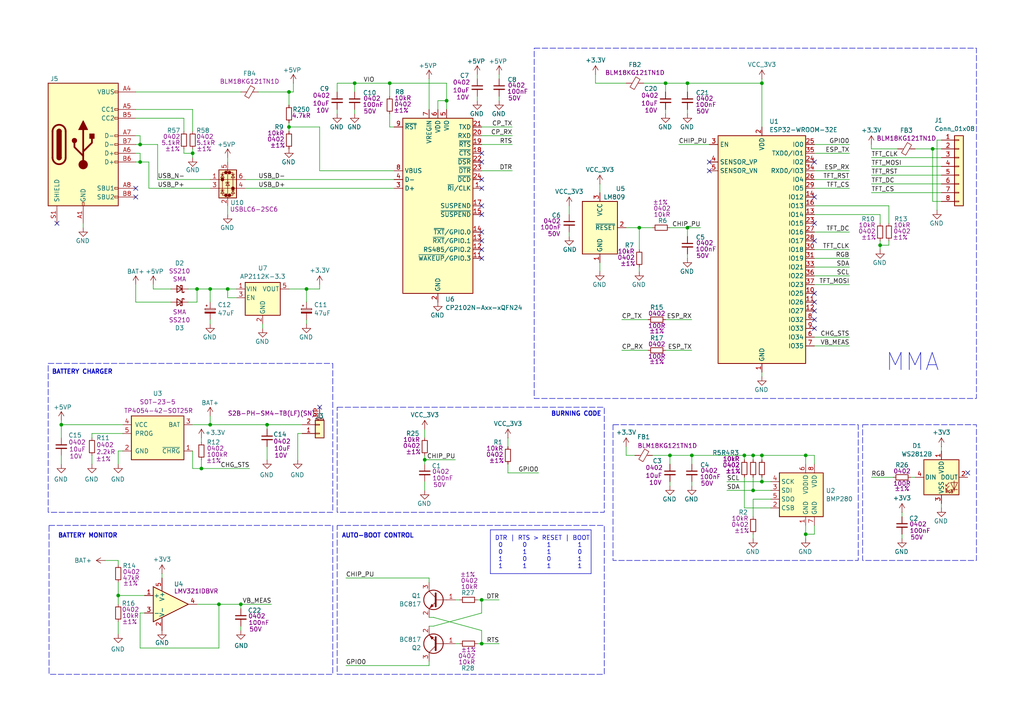
<source format=kicad_sch>
(kicad_sch (version 20250114) (generator "eeschema") (generator_version "9.0")
  (paper "A4")
  (rectangle (start 13.97 105.41) (end 96.52 148.59) (stroke (width 0) (type dash)))
  (rectangle (start 97.79 152.4) (end 175.26 195.58) (stroke (width 0) (type dash)))
  (rectangle (start 250.19 123.19) (end 283.21 162.56) (stroke (width 0) (type dash)))
  (rectangle (start 97.79 118.11) (end 175.26 148.59) (stroke (width 0) (type dash)))
  (rectangle (start 14.224 152.4) (end 96.52 195.58) (stroke (width 0) (type dash)))
  (rectangle (start 154.94 13.97) (end 283.21 115.57) (stroke (width 0) (type dash)))
  (rectangle (start 177.8 123.19) (end 248.92 162.56) (stroke (width 0) (type dash)))
  (text "\nDTR | RTS > RESET | BOOT\n 0      0      1        1\n 0      1      1        0\n 1      0      0        1\n 1      1      1        1" (at 143.51 165.1 0) (effects (font (size 1.27 1.27)) (justify left bottom)))
  (text "BATTERY CHARGER" (at 14.986 108.712 0) (effects (font (size 1.27 1.27) (thickness 0.254) (bold yes)) (justify left bottom)))
  (text "AUTO-BOOT CONTROL" (at 99.06 156.21 0) (effects (font (size 1.27 1.27) (thickness 0.254) (bold yes)) (justify left bottom)))
  (text "BURNING CODE" (at 167.132 120.142 0) (effects (font (size 1.27 1.27) (bold yes))))
  (text "MMA" (at 264.668 105.156 0) (effects (font (size 5 5))))
  (text "BATTERY MONITOR" (at 16.764 156.21 0) (effects (font (size 1.27 1.27) (thickness 0.254) (bold yes)) (justify left bottom)))
  (junction (at 220.98 139.7))
  (junction (at 215.9 132.08))
  (junction (at 185.42 66.04))
  (junction (at 194.31 132.08))
  (junction (at 199.39 24.13))
  (junction (at 77.47 123.19))
  (junction (at 220.98 132.08))
  (junction (at 193.04 24.13))
  (junction (at 60.96 123.19))
  (junction (at 255.27 71.12))
  (junction (at 58.42 135.89))
  (junction (at 83.82 36.83))
  (junction (at 55.88 44.45))
  (junction (at 88.9 83.82))
  (junction (at 40.64 41.91))
  (junction (at 270.51 43.18))
  (junction (at 200.66 132.08))
  (junction (at 69.85 175.26))
  (junction (at 129.54 29.21))
  (junction (at 218.44 142.24))
  (junction (at 123.19 133.35))
  (junction (at 218.44 132.08))
  (junction (at 220.98 24.13))
  (junction (at 113.03 24.13))
  (junction (at 139.7 186.69))
  (junction (at 17.78 123.19))
  (junction (at 102.87 24.13))
  (junction (at 233.68 154.94))
  (junction (at 60.96 83.82))
  (junction (at 57.15 83.82))
  (junction (at 34.29 172.72))
  (junction (at 199.39 66.04))
  (junction (at 233.68 132.08))
  (junction (at 40.64 46.99))
  (junction (at 139.7 173.99))
  (junction (at 66.04 83.82))
  (junction (at 63.5 175.26))
  (junction (at 83.82 26.67))
  (no_connect (at 92.71 118.11))
  (no_connect (at 205.74 49.53))
  (no_connect (at 236.22 95.25))
  (no_connect (at 39.37 54.61))
  (no_connect (at 236.22 90.17))
  (no_connect (at 139.7 72.39))
  (no_connect (at 236.22 69.85))
  (no_connect (at 236.22 64.77))
  (no_connect (at 16.51 64.77))
  (no_connect (at 139.7 74.93))
  (no_connect (at 205.74 46.99))
  (no_connect (at 236.22 57.15))
  (no_connect (at 139.7 59.69))
  (no_connect (at 139.7 69.85))
  (no_connect (at 236.22 46.99))
  (no_connect (at 280.67 137.16))
  (no_connect (at 139.7 62.23))
  (no_connect (at 236.22 87.63))
  (no_connect (at 139.7 52.07))
  (no_connect (at 139.7 44.45))
  (no_connect (at 139.7 54.61))
  (no_connect (at 139.7 46.99))
  (no_connect (at 39.37 57.15))
  (no_connect (at 236.22 85.09))
  (no_connect (at 236.22 92.71))
  (no_connect (at 139.7 67.31))
  (wire (pts (xy 53.34 43.18) (xy 53.34 44.45)))
  (wire (pts (xy 218.44 144.78) (xy 223.52 144.78)))
  (wire (pts (xy 66.04 83.82) (xy 66.04 86.36)))
  (wire (pts (xy 123.19 124.46) (xy 123.19 127)))
  (wire (pts (xy 17.78 121.92) (xy 17.78 123.19)))
  (wire (pts (xy 139.7 39.37) (xy 148.59 39.37)))
  (wire (pts (xy 132.08 173.99) (xy 133.35 173.99)))
  (polyline (pts (xy 142.24 153.67) (xy 142.24 166.37)))
  (wire (pts (xy 218.44 132.08) (xy 220.98 132.08)))
  (wire (pts (xy 55.88 135.89) (xy 58.42 135.89)))
  (wire (pts (xy 139.7 36.83) (xy 148.59 36.83)))
  (wire (pts (xy 165.1 67.31) (xy 165.1 68.58)))
  (wire (pts (xy 124.46 191.77) (xy 124.46 193.04)))
  (wire (pts (xy 236.22 59.69) (xy 257.81 59.69)))
  (wire (pts (xy 92.71 82.55) (xy 92.71 83.82)))
  (wire (pts (xy 236.22 72.39) (xy 246.38 72.39)))
  (wire (pts (xy 85.09 24.13) (xy 85.09 26.67)))
  (wire (pts (xy 138.43 21.59) (xy 138.43 22.86)))
  (wire (pts (xy 218.44 138.43) (xy 218.44 142.24)))
  (wire (pts (xy 220.98 24.13) (xy 220.98 36.83)))
  (wire (pts (xy 17.78 123.19) (xy 17.78 127)))
  (wire (pts (xy 236.22 52.07) (xy 246.38 52.07)))
  (wire (pts (xy 113.03 24.13) (xy 129.54 24.13)))
  (wire (pts (xy 220.98 22.86) (xy 220.98 24.13)))
  (wire (pts (xy 252.73 43.18) (xy 260.35 43.18)))
  (wire (pts (xy 236.22 77.47) (xy 246.38 77.47)))
  (wire (pts (xy 218.44 144.78) (xy 218.44 149.86)))
  (wire (pts (xy 129.54 29.21) (xy 129.54 31.75)))
  (wire (pts (xy 273.05 55.88) (xy 252.73 55.88)))
  (wire (pts (xy 113.03 33.02) (xy 113.03 36.83)))
  (wire (pts (xy 83.82 26.67) (xy 83.82 30.48)))
  (wire (pts (xy 97.79 31.75) (xy 97.79 33.02)))
  (wire (pts (xy 236.22 67.31) (xy 246.38 67.31)))
  (wire (pts (xy 41.91 177.8) (xy 40.64 177.8)))
  (wire (pts (xy 220.98 138.43) (xy 220.98 139.7)))
  (wire (pts (xy 220.98 139.7) (xy 223.52 139.7)))
  (wire (pts (xy 271.78 40.64) (xy 273.05 40.64)))
  (wire (pts (xy 271.78 40.64) (xy 271.78 60.96)))
  (wire (pts (xy 40.64 46.99) (xy 43.18 46.99)))
  (wire (pts (xy 255.27 62.23) (xy 255.27 64.77)))
  (wire (pts (xy 34.29 172.72) (xy 34.29 175.26)))
  (wire (pts (xy 39.37 44.45) (xy 40.64 44.45)))
  (wire (pts (xy 255.27 69.85) (xy 255.27 71.12)))
  (wire (pts (xy 265.43 43.18) (xy 270.51 43.18)))
  (wire (pts (xy 199.39 24.13) (xy 220.98 24.13)))
  (wire (pts (xy 39.37 87.63) (xy 49.53 87.63)))
  (wire (pts (xy 58.42 127) (xy 58.42 128.27)))
  (wire (pts (xy 40.64 44.45) (xy 40.64 46.99)))
  (wire (pts (xy 273.05 129.54) (xy 273.05 130.81)))
  (wire (pts (xy 86.36 125.73) (xy 86.36 133.35)))
  (wire (pts (xy 139.7 173.99) (xy 144.78 173.99)))
  (wire (pts (xy 261.62 156.21) (xy 261.62 154.94)))
  (wire (pts (xy 43.18 54.61) (xy 60.96 54.61)))
  (wire (pts (xy 30.48 162.56) (xy 34.29 162.56)))
  (wire (pts (xy 215.9 138.43) (xy 215.9 147.32)))
  (wire (pts (xy 55.88 43.18) (xy 55.88 44.45)))
  (wire (pts (xy 138.43 27.94) (xy 138.43 29.21)))
  (wire (pts (xy 273.05 146.05) (xy 273.05 147.32)))
  (wire (pts (xy 69.85 176.53) (xy 69.85 175.26)))
  (wire (pts (xy 34.29 168.91) (xy 34.29 172.72)))
  (wire (pts (xy 69.85 181.61) (xy 69.85 182.88)))
  (wire (pts (xy 270.51 43.18) (xy 273.05 43.18)))
  (wire (pts (xy 172.72 21.59) (xy 172.72 24.13)))
  (wire (pts (xy 215.9 132.08) (xy 215.9 133.35)))
  (wire (pts (xy 97.79 24.13) (xy 97.79 26.67)))
  (wire (pts (xy 236.22 152.4) (xy 236.22 154.94)))
  (wire (pts (xy 92.71 49.53) (xy 114.3 49.53)))
  (wire (pts (xy 185.42 77.47) (xy 185.42 78.74)))
  (wire (pts (xy 44.45 83.82) (xy 49.53 83.82)))
  (wire (pts (xy 83.82 26.67) (xy 85.09 26.67)))
  (wire (pts (xy 35.56 125.73) (xy 26.67 125.73)))
  (wire (pts (xy 215.9 147.32) (xy 223.52 147.32)))
  (wire (pts (xy 139.7 177.8) (xy 139.7 173.99)))
  (wire (pts (xy 40.64 39.37) (xy 40.64 41.91)))
  (wire (pts (xy 257.81 59.69) (xy 257.81 64.77)))
  (wire (pts (xy 71.12 54.61) (xy 114.3 54.61)))
  (wire (pts (xy 77.47 123.19) (xy 77.47 124.46)))
  (wire (pts (xy 181.61 129.54) (xy 181.61 132.08)))
  (wire (pts (xy 39.37 34.29) (xy 53.34 34.29)))
  (wire (pts (xy 236.22 80.01) (xy 246.38 80.01)))
  (wire (pts (xy 54.61 83.82) (xy 57.15 83.82)))
  (wire (pts (xy 83.82 36.83) (xy 92.71 36.83)))
  (wire (pts (xy 218.44 132.08) (xy 218.44 133.35)))
  (wire (pts (xy 88.9 83.82) (xy 92.71 83.82)))
  (wire (pts (xy 102.87 31.75) (xy 102.87 33.02)))
  (wire (pts (xy 181.61 132.08) (xy 184.15 132.08)))
  (wire (pts (xy 39.37 31.75) (xy 55.88 31.75)))
  (wire (pts (xy 63.5 175.26) (xy 57.15 175.26)))
  (wire (pts (xy 252.73 138.43) (xy 259.08 138.43)))
  (wire (pts (xy 233.68 132.08) (xy 236.22 132.08)))
  (wire (pts (xy 87.63 123.19) (xy 77.47 123.19)))
  (wire (pts (xy 55.88 44.45) (xy 55.88 45.72)))
  (wire (pts (xy 125.73 181.61) (xy 124.46 181.61)))
  (wire (pts (xy 69.85 175.26) (xy 63.5 175.26)))
  (wire (pts (xy 246.38 74.93) (xy 236.22 74.93)))
  (wire (pts (xy 92.71 36.83) (xy 92.71 49.53)))
  (wire (pts (xy 257.81 69.85) (xy 257.81 71.12)))
  (wire (pts (xy 55.88 38.1) (xy 55.88 31.75)))
  (wire (pts (xy 97.79 24.13) (xy 102.87 24.13)))
  (wire (pts (xy 46.99 166.37) (xy 46.99 167.64)))
  (wire (pts (xy 194.31 132.08) (xy 194.31 134.62)))
  (wire (pts (xy 45.72 52.07) (xy 60.96 52.07)))
  (wire (pts (xy 273.05 53.34) (xy 252.73 53.34)))
  (wire (pts (xy 236.22 132.08) (xy 236.22 134.62)))
  (wire (pts (xy 233.68 154.94) (xy 236.22 154.94)))
  (wire (pts (xy 236.22 41.91) (xy 246.38 41.91)))
  (wire (pts (xy 147.32 134.62) (xy 147.32 137.16)))
  (wire (pts (xy 200.66 139.7) (xy 200.66 140.97)))
  (wire (pts (xy 66.04 86.36) (xy 68.58 86.36)))
  (wire (pts (xy 88.9 83.82) (xy 88.9 87.63)))
  (wire (pts (xy 43.18 46.99) (xy 43.18 54.61)))
  (wire (pts (xy 273.05 45.72) (xy 252.73 45.72)))
  (wire (pts (xy 102.87 24.13) (xy 102.87 26.67)))
  (wire (pts (xy 113.03 24.13) (xy 113.03 27.94)))
  (wire (pts (xy 60.96 83.82) (xy 66.04 83.82)))
  (wire (pts (xy 200.66 132.08) (xy 215.9 132.08)))
  (wire (pts (xy 24.13 64.77) (xy 24.13 66.04)))
  (wire (pts (xy 34.29 183.896) (xy 34.29 180.34)))
  (polyline (pts (xy 142.24 166.37) (xy 171.45 166.37)))
  (wire (pts (xy 39.37 41.91) (xy 40.64 41.91)))
  (wire (pts (xy 34.29 172.72) (xy 41.91 172.72)))
  (wire (pts (xy 261.62 148.59) (xy 261.62 149.86)))
  (wire (pts (xy 34.29 162.56) (xy 34.29 163.83)))
  (wire (pts (xy 194.31 66.04) (xy 199.39 66.04)))
  (wire (pts (xy 199.39 66.04) (xy 199.39 68.58)))
  (wire (pts (xy 236.22 62.23) (xy 255.27 62.23)))
  (wire (pts (xy 17.78 134.62) (xy 17.78 132.08)))
  (wire (pts (xy 123.19 139.7) (xy 123.19 142.24)))
  (wire (pts (xy 139.7 49.53) (xy 148.59 49.53)))
  (wire (pts (xy 35.56 130.81) (xy 34.29 130.81)))
  (wire (pts (xy 40.64 187.96) (xy 63.5 187.96)))
  (wire (pts (xy 255.27 71.12) (xy 257.81 71.12)))
  (wire (pts (xy 236.22 49.53) (xy 246.38 49.53)))
  (wire (pts (xy 60.96 83.82) (xy 60.96 87.63)))
  (wire (pts (xy 100.33 167.64) (xy 124.46 167.64)))
  (wire (pts (xy 189.23 132.08) (xy 194.31 132.08)))
  (wire (pts (xy 53.34 44.45) (xy 55.88 44.45)))
  (wire (pts (xy 123.19 132.08) (xy 123.19 133.35)))
  (wire (pts (xy 77.47 133.35) (xy 77.47 129.54)))
  (wire (pts (xy 125.73 179.07) (xy 124.46 179.07)))
  (wire (pts (xy 193.04 31.75) (xy 193.04 33.02)))
  (wire (pts (xy 218.44 142.24) (xy 223.52 142.24)))
  (polyline (pts (xy 171.45 166.37) (xy 171.45 153.67)))
  (wire (pts (xy 45.72 41.91) (xy 45.72 52.07)))
  (wire (pts (xy 125.73 179.07) (xy 139.7 182.88)))
  (wire (pts (xy 71.12 52.07) (xy 114.3 52.07)))
  (wire (pts (xy 66.04 45.72) (xy 66.04 46.99)))
  (wire (pts (xy 124.46 22.86) (xy 124.46 31.75)))
  (wire (pts (xy 147.32 127) (xy 147.32 129.54)))
  (wire (pts (xy 194.31 139.7) (xy 194.31 140.97)))
  (wire (pts (xy 39.37 39.37) (xy 40.64 39.37)))
  (wire (pts (xy 83.82 36.83) (xy 83.82 38.1)))
  (wire (pts (xy 173.99 53.34) (xy 173.99 55.88)))
  (wire (pts (xy 180.34 101.6) (xy 187.96 101.6)))
  (wire (pts (xy 138.43 173.99) (xy 139.7 173.99)))
  (wire (pts (xy 193.04 24.13) (xy 193.04 26.67)))
  (wire (pts (xy 26.67 134.62) (xy 26.67 132.08)))
  (wire (pts (xy 180.34 92.71) (xy 187.96 92.71)))
  (wire (pts (xy 139.7 41.91) (xy 148.59 41.91)))
  (wire (pts (xy 273.05 50.8) (xy 252.73 50.8)))
  (wire (pts (xy 57.15 83.82) (xy 60.96 83.82)))
  (wire (pts (xy 132.08 186.69) (xy 133.35 186.69)))
  (wire (pts (xy 44.45 82.55) (xy 44.45 83.82)))
  (wire (pts (xy 233.68 132.08) (xy 233.68 134.62)))
  (wire (pts (xy 127 29.21) (xy 129.54 29.21)))
  (wire (pts (xy 255.27 71.12) (xy 255.27 72.39)))
  (wire (pts (xy 218.44 156.21) (xy 218.44 154.94)))
  (wire (pts (xy 129.54 24.13) (xy 129.54 29.21)))
  (wire (pts (xy 83.82 35.56) (xy 83.82 36.83)))
  (wire (pts (xy 186.69 24.13) (xy 193.04 24.13)))
  (wire (pts (xy 60.96 123.19) (xy 77.47 123.19)))
  (wire (pts (xy 193.04 24.13) (xy 199.39 24.13)))
  (wire (pts (xy 144.78 27.94) (xy 144.78 29.21)))
  (wire (pts (xy 127 29.21) (xy 127 31.75)))
  (wire (pts (xy 215.9 132.08) (xy 218.44 132.08)))
  (wire (pts (xy 181.61 66.04) (xy 185.42 66.04)))
  (polyline (pts (xy 171.45 153.67) (xy 142.24 153.67)))
  (wire (pts (xy 40.64 177.8) (xy 40.64 187.96)))
  (wire (pts (xy 123.19 133.35) (xy 132.08 133.35)))
  (wire (pts (xy 66.04 83.82) (xy 68.58 83.82)))
  (wire (pts (xy 53.34 34.29) (xy 53.34 38.1)))
  (wire (pts (xy 138.43 186.69) (xy 139.7 186.69)))
  (wire (pts (xy 172.72 24.13) (xy 181.61 24.13)))
  (wire (pts (xy 57.15 83.82) (xy 57.15 87.63)))
  (wire (pts (xy 39.37 82.55) (xy 39.37 87.63)))
  (wire (pts (xy 185.42 66.04) (xy 189.23 66.04)))
  (wire (pts (xy 26.67 125.73) (xy 26.67 127)))
  (wire (pts (xy 74.93 26.67) (xy 83.82 26.67)))
  (wire (pts (xy 63.5 187.96) (xy 63.5 175.26)))
  (wire (pts (xy 58.42 135.89) (xy 72.39 135.89)))
  (wire (pts (xy 139.7 186.69) (xy 144.78 186.69)))
  (wire (pts (xy 270.51 58.42) (xy 273.05 58.42)))
  (wire (pts (xy 199.39 24.13) (xy 199.39 26.67)))
  (wire (pts (xy 252.73 41.91) (xy 252.73 43.18)))
  (wire (pts (xy 34.29 130.81) (xy 34.29 134.62)))
  (wire (pts (xy 236.22 44.45) (xy 246.38 44.45)))
  (wire (pts (xy 55.88 130.81) (xy 55.88 135.89)))
  (wire (pts (xy 113.03 36.83) (xy 114.3 36.83)))
  (wire (pts (xy 54.61 87.63) (xy 57.15 87.63)))
  (wire (pts (xy 236.22 97.79) (xy 246.38 97.79)))
  (wire (pts (xy 76.2 93.98) (xy 76.2 95.25)))
  (wire (pts (xy 139.7 182.88) (xy 139.7 186.69)))
  (wire (pts (xy 173.99 76.2) (xy 173.99 78.74)))
  (wire (pts (xy 264.16 138.43) (xy 265.43 138.43)))
  (wire (pts (xy 83.82 83.82) (xy 88.9 83.82)))
  (wire (pts (xy 147.32 137.16) (xy 156.21 137.16)))
  (wire (pts (xy 144.78 21.59) (xy 144.78 22.86)))
  (wire (pts (xy 17.78 123.19) (xy 35.56 123.19)))
  (wire (pts (xy 39.37 46.99) (xy 40.64 46.99)))
  (wire (pts (xy 123.19 133.35) (xy 123.19 134.62)))
  (wire (pts (xy 200.66 132.08) (xy 200.66 134.62)))
  (wire (pts (xy 124.46 168.91) (xy 124.46 167.64)))
  (wire (pts (xy 199.39 73.66) (xy 199.39 74.93)))
  (wire (pts (xy 58.42 133.35) (xy 58.42 135.89)))
  (wire (pts (xy 273.05 48.26) (xy 252.73 48.26)))
  (wire (pts (xy 39.37 26.67) (xy 69.85 26.67)))
  (wire (pts (xy 199.39 31.75) (xy 199.39 33.02)))
  (wire (pts (xy 194.31 132.08) (xy 200.66 132.08)))
  (wire (pts (xy 87.63 125.73) (xy 86.36 125.73)))
  (wire (pts (xy 185.42 66.04) (xy 185.42 72.39)))
  (wire (pts (xy 220.98 132.08) (xy 233.68 132.08)))
  (wire (pts (xy 270.51 43.18) (xy 270.51 58.42)))
  (wire (pts (xy 100.33 193.04) (xy 124.46 193.04)))
  (wire (pts (xy 220.98 107.95) (xy 220.98 109.22)))
  (wire (pts (xy 236.22 100.33) (xy 246.38 100.33)))
  (wire (pts (xy 205.74 41.91) (xy 196.85 41.91)))
  (wire (pts (xy 60.96 120.65) (xy 60.96 123.19)))
  (wire (pts (xy 125.73 181.61) (xy 139.7 177.8)))
  (wire (pts (xy 60.96 93.98) (xy 60.96 92.71)))
  (wire (pts (xy 55.88 123.19) (xy 60.96 123.19)))
  (wire (pts (xy 102.87 24.13) (xy 113.03 24.13)))
  (wire (pts (xy 69.85 175.26) (xy 78.74 175.26)))
  (wire (pts (xy 210.82 142.24) (xy 218.44 142.24)))
  (wire (pts (xy 233.68 152.4) (xy 233.68 154.94)))
  (wire (pts (xy 199.39 66.04) (xy 203.2 66.04)))
  (wire (pts (xy 40.64 41.91) (xy 45.72 41.91)))
  (wire (pts (xy 210.82 139.7) (xy 220.98 139.7)))
  (wire (pts (xy 88.9 93.98) (xy 88.9 92.71)))
  (wire (pts (xy 193.04 101.6) (xy 200.66 101.6)))
  (wire (pts (xy 193.04 92.71) (xy 200.66 92.71)))
  (wire (pts (xy 233.68 154.94) (xy 233.68 156.21)))
  (wire (pts (xy 165.1 59.69) (xy 165.1 62.23)))
  (wire (pts (xy 66.04 59.69) (xy 66.04 62.23)))
  (wire (pts (xy 220.98 132.08) (xy 220.98 133.35)))
  (wire (pts (xy 236.22 82.55) (xy 246.38 82.55)))
  (wire (pts (xy 236.22 54.61) (xy 246.38 54.61)))
  (label "SCL" (at 246.38 80.01 180))
  (label "USB_P+" (at 45.72 54.61 0))
  (label "USB_N-" (at 45.72 52.07 0))
  (label "USB_D-" (at 74.93 52.07 0))
  (label "SDA" (at 246.38 77.47 180))
  (label "ESP_TX" (at 246.38 44.45 180))
  (label "RTS" (at 144.78 186.69 180))
  (label "TFT_MOSI" (at 252.73 48.26 0))
  (label "CP_TX" (at 180.34 92.71 0))
  (label "TFT_MOSI" (at 246.38 82.55 180))
  (label "ESP_RX" (at 200.66 92.71 180))
  (label "RGB" (at 246.38 74.93 180))
  (label "RGB" (at 252.73 138.43 0))
  (label "CHIP_PU" (at 196.85 41.91 0))
  (label "DTR" (at 148.59 49.53 180))
  (label "TFT_CS" (at 252.73 55.88 0))
  (label "DTR" (at 144.78 173.99 180))
  (label "CHIP_PU" (at 132.08 133.35 180))
  (label "CHIP_PU" (at 203.2 66.04 180))
  (label "GPIO0" (at 156.21 137.16 180))
  (label "VIO" (at 105.41 24.13 0))
  (label "TFT_RST" (at 252.73 50.8 0))
  (label "TFT_DC" (at 246.38 67.31 180))
  (label "CP_TX" (at 148.59 36.83 180))
  (label "VB_MEAS" (at 78.74 175.26 180))
  (label "SCL" (at 210.82 139.7 0))
  (label "CHIP_PU" (at 100.33 167.64 0))
  (label "TFT_CLK" (at 246.38 72.39 180))
  (label "VB_MEAS" (at 246.38 100.33 180))
  (label "TFT_RST" (at 246.38 52.07 180))
  (label "CHG_STS" (at 72.39 135.89 180))
  (label "TFT_DC" (at 252.73 53.34 0))
  (label "USB_D+" (at 74.93 54.61 0))
  (label "SDA" (at 210.82 142.24 0))
  (label "CP_RX" (at 180.34 101.6 0))
  (label "ESP_TX" (at 200.66 101.6 180))
  (label "CP_RX" (at 148.59 39.37 180))
  (label "TFT_CS" (at 246.38 54.61 180))
  (label "TFT_CLK" (at 252.73 45.72 0))
  (label "CHG_STS" (at 246.38 97.79 180))
  (label "GPIO0" (at 100.33 193.04 0))
  (label "GPIO0" (at 246.38 41.91 180))
  (label "ESP_RX" (at 246.38 49.53 180))
  (label "RTS" (at 148.59 41.91 180))
  (symbol (lib_id "power:GND") (at 83.82 43.18 0) (unit 1)
    (property "Reference" "#PWR037" (effects (hide yes)))
    (property "Value" "GND" (at 85.725 46.99 0) (effects (justify right)))
  )
  (symbol (lib_id "power:GND") (at 261.62 156.21 0) (unit 1)
    (property "Reference" "#PWR05" (effects (hide yes)))
    (property "Value" "GND" (at 263.525 160.02 0) (effects (justify right)))
  )
  (symbol (lib_id "Device:D_Schottky_Small") (at 52.07 87.63 0) (mirror y) (unit 1)
    (property "Reference" "D3" (at 52.07 95.123 0))
    (property "Value" "SS210" (effects (hide yes)))
    (property "Footprint" "Diode_SMD:D_SMA" (effects (hide yes)))
    (property "Part" "SS210" (at 52.07 92.8116 0))
    (property "Package" "SMA" (at 52.07 90.5002 0))
    (property "Voltage" "100V" (effects (hide yes)))
    (property "Current" "2A" (effects (hide yes)))
    (property "LCSC" "C14996" (effects (hide yes)))
  )
  (symbol (lib_id "power:GND") (at 273.05 147.32 0) (unit 1)
    (property "Reference" "#PWR03" (effects (hide yes)))
    (property "Value" "GND" (at 274.955 151.13 0) (effects (justify right)))
  )
  (symbol (lib_id "Device:D_Schottky_Small") (at 52.07 83.82 180) (unit 1)
    (property "Reference" "D2" (at 52.07 76.327 0))
    (property "Value" "SS210" (effects (hide yes)))
    (property "Footprint" "Diode_SMD:D_SMA" (effects (hide yes)))
    (property "Part" "SS210" (at 52.07 78.6384 0))
    (property "Package" "SMA" (at 52.07 80.9498 0))
    (property "Voltage" "100V" (effects (hide yes)))
    (property "Current" "2A" (effects (hide yes)))
    (property "LCSC" "C14996" (effects (hide yes)))
  )
  (symbol (lib_id "Device:R_Small") (at 220.98 135.89 0) (unit 1)
    (property "Reference" "R3" (at 214.376 131.318 0) (effects (justify right)))
    (property "Value" "10KR" (effects (hide yes)))
    (property "Footprint" "Resistor_SMD:R_0402_1005Metric" (effects (hide yes)))
    (property "Description" "Resistor, small symbol" (effects (hide yes)))
    (property "Part" "0402WGF1002TCE" (effects (hide yes)))
    (property "Package" "0402" (at 212.09 134.874 0))
    (property "LCSC" "C25744" (effects (hide yes)))
    (property "Resistance" "10kR" (at 212.09 133.096 0))
    (property "Manufacturer" "UNI-ROYAL(Uniroyal Elec)" (effects (hide yes)))
    (property "Tolerance" "±1%" (at 212.598 136.652 0))
  )
  (symbol (lib_id "Device:FerriteBead_Small") (at 72.39 26.67 270) (unit 1)
    (property "Reference" "FB4" (at 72.39 21.3106 90))
    (property "Value" "BLM18KG121TN1D" (effects (hide yes)))
    (property "Footprint" "Inductor_SMD:L_0603_1608Metric" (effects (hide yes)))
    (property "Part" "BLM18KG121TN1D" (at 72.39 23.622 90))
    (property "LCSC" "C85831" (effects (hide yes)))
    (property "Package" "0603" (effects (hide yes)))
  )
  (symbol (lib_id "Device:C_Small") (at 69.85 179.07 0) (unit 1)
    (property "Reference" "C22" (at 71.882 177.038 0) (effects (justify left)))
    (property "Value" "100nF" (effects (hide yes)))
    (property "Footprint" "Capacitor_SMD:C_0402_1005Metric" (effects (hide yes)))
    (property "Description" "Unpolarized capacitor, small symbol" (effects (hide yes)))
    (property "Part" "CL05B104KB5NNNC" (effects (hide yes)))
    (property "Package" "0402" (at 71.9588 178.6812 0) (effects (justify left)))
    (property "LCSC" "C960916" (effects (hide yes)))
    (property "Capacitance" "100nF" (at 72.0344 180.594 0) (effects (justify left)))
    (property "Voltage" "50V" (at 72.263 182.499 0) (effects (justify left)))
    (property "Dielectric" "X7R" (effects (hide yes)))
    (property "Manufacturer" "Samsung Electro-Mechanics" (effects (hide yes)))
  )
  (symbol (lib_id "power:GND") (at 193.04 33.02 0) (unit 1)
    (property "Reference" "#PWR049" (effects (hide yes)))
    (property "Value" "GND" (at 194.945 36.83 0) (effects (justify right)))
  )
  (symbol (lib_id "Device:R_Small") (at 83.82 40.64 0) (unit 1)
    (property "Reference" "R9" (at 82.296 36.83 0) (effects (justify right)))
    (property "Value" "10KR" (effects (hide yes)))
    (property "Footprint" "Resistor_SMD:R_0402_1005Metric" (effects (hide yes)))
    (property "Description" "Resistor, small symbol" (effects (hide yes)))
    (property "Part" "0402WGF1002TCE" (effects (hide yes)))
    (property "Package" "0402" (at 80.01 40.386 0))
    (property "LCSC" "C25744" (effects (hide yes)))
    (property "Resistance" "10kR" (at 80.01 38.608 0))
    (property "Manufacturer" "UNI-ROYAL(Uniroyal Elec)" (effects (hide yes)))
    (property "Tolerance" "±1%" (at 80.518 42.164 0))
  )
  (symbol (lib_id "DOC88_Capacitor:X5R 10uF 10V ±20% 0402 MLCC SMD") (at 194.31 137.16 0) (mirror y) (unit 1)
    (property "Reference" "C3" (at 191.9732 133.6802 0) (effects (justify left)))
    (property "Value" "10uF" (effects (hide yes)))
    (property "Footprint" "Capacitor_SMD:C_0402_1005Metric" (effects (hide yes)))
    (property "Part" "CL05A106MP5NUNC" (effects (hide yes)))
    (property "Package" "0402" (at 187.198 135.636 0) (effects (justify right)))
    (property "LCSC" "C315248" (effects (hide yes)))
    (property "Capacitance" "10uF" (at 187.198 137.922 0) (effects (justify right)))
    (property "Voltage" "10V" (at 188.214 139.954 0) (effects (justify right)))
    (property "Dielectric" "X5R" (effects (hide yes)))
    (property "Manufacturer" "Samsung Electro-Mechanics" (effects (hide yes)))
  )
  (symbol (lib_id "Doc88_PowerSymb:+BATT") (at 30.48 162.56 90) (unit 1)
    (property "Reference" "#PWR01" (effects (hide yes)))
    (property "Value" "BAT+" (at 26.67 162.5599 90) (effects (justify left)))
  )
  (symbol (lib_id "power:+3.3V") (at 172.72 21.59 0) (unit 1)
    (property "Reference" "#PWR045" (effects (hide yes)))
    (property "Value" "+3.3V" (at 172.72 17.4569 0))
    (property "Description" "Power symbol creates a global label with name \"+3.3V\"" (effects (hide yes)))
  )
  (symbol (lib_id "Device:R_Small") (at 113.03 30.48 0) (mirror y) (unit 1)
    (property "Reference" "R8" (at 114.554 26.67 0) (effects (justify right)))
    (property "Value" "10KR" (effects (hide yes)))
    (property "Footprint" "Resistor_SMD:R_0402_1005Metric" (effects (hide yes)))
    (property "Description" "Resistor, small symbol" (effects (hide yes)))
    (property "Part" "0402WGF1002TCE" (effects (hide yes)))
    (property "Package" "0402" (at 116.84 30.226 0))
    (property "LCSC" "C25744" (effects (hide yes)))
    (property "Resistance" "10kR" (at 116.84 28.448 0))
    (property "Manufacturer" "UNI-ROYAL(Uniroyal Elec)" (effects (hide yes)))
    (property "Tolerance" "±1%" (at 116.332 32.004 0))
  )
  (symbol (lib_id "power:GND") (at 199.39 74.93 0) (unit 1)
    (property "Reference" "#PWR016" (effects (hide yes)))
    (property "Value" "GND" (at 201.295 78.74 0) (effects (justify right)))
  )
  (symbol (lib_id "power:+3V3") (at 173.99 53.34 0) (unit 1)
    (property "Reference" "#PWR015" (effects (hide yes)))
    (property "Value" "VCC_3V3" (at 173.99 49.2069 0))
    (property "Description" "Power symbol creates a global label with name \"+3V3\"" (effects (hide yes)))
  )
  (symbol (lib_id "power:GND") (at 34.29 183.896 0) (mirror y) (unit 1)
    (property "Reference" "#PWR039" (effects (hide yes)))
    (property "Value" "GND" (at 34.163 188.2902 0))
  )
  (symbol (lib_id "Device:R_Small") (at 55.88 40.64 180) (unit 1)
    (property "Reference" "R58" (at 56.896 37.846 0) (effects (justify right)))
    (property "Value" "5.1KR" (effects (hide yes)))
    (property "Footprint" "Resistor_SMD:R_0402_1005Metric" (effects (hide yes)))
    (property "Description" "Resistor, small symbol" (effects (hide yes)))
    (property "Part" "0402WGF5101TCE" (effects (hide yes)))
    (property "Package" "0402" (at 59.436 39.624 0))
    (property "LCSC" "C25905" (effects (hide yes)))
    (property "Resistance" "5.1kR" (at 59.69 41.402 0))
    (property "Manufacturer" "UNI-ROYAL(Uniroyal Elec)" (effects (hide yes)))
    (property "Tolerance" "±1%" (at 59.182 43.18 0))
  )
  (symbol (lib_id "power:GND") (at 88.9 93.98 0) (unit 1)
    (property "Reference" "#PWR046" (effects (hide yes)))
    (property "Value" "GND" (at 90.805 97.79 0) (effects (justify right)))
  )
  (symbol (lib_id "Device:R_Small") (at 135.89 173.99 270) (unit 1)
    (property "Reference" "R27" (at 137.668 171.958 90) (effects (justify right)))
    (property "Value" "10KR" (effects (hide yes)))
    (property "Footprint" "Resistor_SMD:R_0402_1005Metric" (effects (hide yes)))
    (property "Description" "Resistor, small symbol" (effects (hide yes)))
    (property "Part" "0402WGF1002TCE" (effects (hide yes)))
    (property "Package" "0402" (at 136.144 168.402 90))
    (property "LCSC" "C25744" (effects (hide yes)))
    (property "Resistance" "10kR" (at 136.144 170.18 90))
    (property "Manufacturer" "UNI-ROYAL(Uniroyal Elec)" (effects (hide yes)))
    (property "Tolerance" "±1%" (at 135.636 166.624 90))
  )
  (symbol (lib_id "DOC88_Resistor:62.5mW Thick Film Resistors ±1% 47KΩ 0402") (at 34.29 166.37 180) (unit 1)
    (property "Reference" "R14" (at 35.56 164.084 0) (effects (justify right)))
    (property "Value" "47KR" (effects (hide yes)))
    (property "Footprint" "Resistor_SMD:R_0402_1005Metric" (effects (hide yes)))
    (property "Part" "0402WGF4702TCE" (effects (hide yes)))
    (property "Package" "0402" (at 35.56 165.862 0) (effects (justify right)))
    (property "LCSC" "C25792" (effects (hide yes)))
    (property "Resistance" "47kR" (at 35.56 167.64 0) (effects (justify right)))
    (property "Manufacturer" "UNI-ROYAL(Uniroyal Elec)" (effects (hide yes)))
    (property "Tolerance" "±1%" (at 37.846 169.164 0))
  )
  (symbol (lib_id "power:GND") (at 97.79 33.02 0) (unit 1)
    (property "Reference" "#PWR035" (effects (hide yes)))
    (property "Value" "GND" (at 99.695 36.83 0) (effects (justify right)))
  )
  (symbol (lib_id "Device:R_Small") (at 53.34 40.64 0) (mirror x) (unit 1)
    (property "Reference" "R57" (at 52.324 37.846 0) (effects (justify right)))
    (property "Value" "5.1KR" (effects (hide yes)))
    (property "Footprint" "Resistor_SMD:R_0402_1005Metric" (effects (hide yes)))
    (property "Description" "Resistor, small symbol" (effects (hide yes)))
    (property "Part" "0402WGF5101TCE" (effects (hide yes)))
    (property "Package" "0402" (at 49.784 39.624 0))
    (property "LCSC" "C25905" (effects (hide yes)))
    (property "Resistance" "5.1kR" (at 49.53 41.402 0))
    (property "Manufacturer" "UNI-ROYAL(Uniroyal Elec)" (effects (hide yes)))
    (property "Tolerance" "±1%" (at 50.038 43.18 0))
  )
  (symbol (lib_id "Device:R_Small") (at 190.5 101.6 270) (unit 1)
    (property "Reference" "R17" (at 190.5 98.044 90))
    (property "Value" "100R" (effects (hide yes)))
    (property "Footprint" "Resistor_SMD:R_0402_1005Metric" (effects (hide yes)))
    (property "Description" "Resistor, small symbol" (effects (hide yes)))
    (property "Part" "0402WGF1000TCE" (effects (hide yes)))
    (property "Package" "0402" (at 190.5 99.822 90))
    (property "LCSC" "C25076" (effects (hide yes)))
    (property "Resistance" "100R" (at 190.5 103.378 90))
    (property "Manufacturer" "UNI-ROYAL(Uniroyal Elec)" (effects (hide yes)))
    (property "Tolerance" "±1%" (at 190.5 104.902 90))
  )
  (symbol (lib_id "power:GND") (at 86.36 133.35 0) (mirror y) (unit 1)
    (property "Reference" "#PWR031" (effects (hide yes)))
    (property "Value" "GND" (at 86.233 137.7442 0))
  )
  (symbol (lib_id "power:+5V") (at 273.05 129.54 0) (unit 1)
    (property "Reference" "#PWR04" (effects (hide yes)))
    (property "Value" "+3V3" (at 273.05 125.4069 0))
    (property "Description" "Power symbol creates a global label with name \"+5V\"" (effects (hide yes)))
  )
  (symbol (lib_id "Device:R_Small") (at 261.62 138.43 270) (unit 1)
    (property "Reference" "R26" (at 261.62 134.874 90))
    (property "Value" "100R" (effects (hide yes)))
    (property "Footprint" "Resistor_SMD:R_0402_1005Metric" (effects (hide yes)))
    (property "Description" "Resistor, small symbol" (effects (hide yes)))
    (property "Part" "0402WGF1000TCE" (effects (hide yes)))
    (property "Package" "0402" (at 261.62 136.652 90))
    (property "LCSC" "C25076" (effects (hide yes)))
    (property "Resistance" "100R" (at 261.62 140.208 90))
    (property "Manufacturer" "UNI-ROYAL(Uniroyal Elec)" (effects (hide yes)))
    (property "Tolerance" "±1%" (at 261.62 141.732 90))
  )
  (symbol (lib_id "LED:WS2812B") (at 273.05 138.43 0) (unit 1)
    (property "Reference" "D1" (at 265.938 129.286 0))
    (property "Value" "WS2812B" (at 265.938 131.7103 0))
    (property "Footprint" "LED_SMD:LED_WS2812B-Mini_PLCC4_3.5x3.5mm" (effects (hide yes)))
    (property "Datasheet" "https://cdn-shop.adafruit.com/datasheets/WS2812B.pdf" (effects (hide yes)))
    (property "Description" "RGB LED with integrated controller" (effects (hide yes)))
  )
  (symbol (lib_id "power:+3.3V") (at 252.73 41.91 0) (unit 1)
    (property "Reference" "#PWR013" (effects (hide yes)))
    (property "Value" "+3.3V" (at 252.73 37.7769 0))
    (property "Description" "Power symbol creates a global label with name \"+3.3V\"" (effects (hide yes)))
  )
  (symbol (lib_id "power:GND") (at 24.13 66.04 0) (unit 1)
    (property "Reference" "#PWR0135" (effects (hide yes)))
    (property "Value" "GND" (at 26.035 69.85 0) (effects (justify right)))
  )
  (symbol (lib_id "power:+3.3V") (at 181.61 129.54 0) (unit 1)
    (property "Reference" "#PWR09" (effects (hide yes)))
    (property "Value" "+3.3V" (at 181.61 125.4069 0))
    (property "Description" "Power symbol creates a global label with name \"+3.3V\"" (effects (hide yes)))
  )
  (symbol (lib_id "Device:R_Small") (at 135.89 186.69 270) (mirror x) (unit 1)
    (property "Reference" "R28" (at 137.668 193.802 90) (effects (justify right)))
    (property "Value" "10KR" (effects (hide yes)))
    (property "Footprint" "Resistor_SMD:R_0402_1005Metric" (effects (hide yes)))
    (property "Description" "Resistor, small symbol" (effects (hide yes)))
    (property "Part" "0402WGF1002TCE" (effects (hide yes)))
    (property "Package" "0402" (at 135.382 190.246 90))
    (property "LCSC" "C25744" (effects (hide yes)))
    (property "Resistance" "10kR" (at 135.382 192.024 90))
    (property "Manufacturer" "UNI-ROYAL(Uniroyal Elec)" (effects (hide yes)))
    (property "Tolerance" "±1%" (at 135.89 188.468 90))
  )
  (symbol (lib_id "power:+5V") (at 261.62 148.59 0) (unit 1)
    (property "Reference" "#PWR06" (effects (hide yes)))
    (property "Value" "+3V3" (at 261.62 144.4569 0))
    (property "Description" "Power symbol creates a global label with name \"+5V\"" (effects (hide yes)))
  )
  (symbol (lib_id "Device:C_Polarized_Small") (at 60.96 90.17 0) (unit 1)
    (property "Reference" "C12" (at 63.119 88.4117 0) (effects (justify left)))
    (property "Value" "47uF" (at 63.119 90.836 0) (effects (justify left)))
    (property "Footprint" "Capacitor_Tantalum_SMD:CP_EIA-3216-18_Kemet-A" (effects (hide yes)))
    (property "Description" "Polarized capacitor, small symbol" (effects (hide yes)))
  )
  (symbol (lib_id "Device:R_Small") (at 191.77 66.04 270) (unit 1)
    (property "Reference" "R6" (at 193.548 64.008 90) (effects (justify right)))
    (property "Value" "10KR" (effects (hide yes)))
    (property "Footprint" "Resistor_SMD:R_0402_1005Metric" (effects (hide yes)))
    (property "Description" "Resistor, small symbol" (effects (hide yes)))
    (property "Part" "0402WGF1002TCE" (effects (hide yes)))
    (property "Package" "0402" (at 192.024 60.452 90))
    (property "LCSC" "C25744" (effects (hide yes)))
    (property "Resistance" "10kR" (at 192.024 62.23 90))
    (property "Manufacturer" "UNI-ROYAL(Uniroyal Elec)" (effects (hide yes)))
    (property "Tolerance" "±1%" (at 191.516 58.674 90))
  )
  (symbol (lib_id "Transistor_BJT:BC817") (at 127 186.69 180) (unit 1)
    (property "Reference" "Q2" (at 122.1487 187.9022 0) (effects (justify left)))
    (property "Value" "BC817" (at 122.1487 185.4779 0) (effects (justify left)))
    (property "Footprint" "Package_TO_SOT_SMD:SOT-23" (effects (hide yes)))
    (property "Datasheet" "https://www.onsemi.com/pub/Collateral/BC818-D.pdf" (effects (hide yes)))
    (property "Description" "0.8A Ic, 45V Vce, NPN Transistor, SOT-23" (effects (hide yes)))
  )
  (symbol (lib_id "power:+BATT") (at 124.46 22.86 0) (unit 1)
    (property "Reference" "#PWR027" (effects (hide yes)))
    (property "Value" "+5VP" (at 121.412 19.05 0) (effects (justify left)))
    (property "Description" "Power symbol creates a global label with name \"+BATT\"" (effects (hide yes)))
  )
  (symbol (lib_id "power:GND") (at 17.78 134.62 0) (mirror y) (unit 1)
    (property "Reference" "#PWR032" (effects (hide yes)))
    (property "Value" "GND" (at 17.653 139.0142 0))
  )
  (symbol (lib_id "Device:C_Small") (at 165.1 64.77 0) (mirror y) (unit 1)
    (property "Reference" "C6" (at 162.699 62.4665 0) (effects (justify left)))
    (property "Value" "100nF" (effects (hide yes)))
    (property "Footprint" "Capacitor_SMD:C_0402_1005Metric" (effects (hide yes)))
    (property "Description" "Unpolarized capacitor, small symbol" (effects (hide yes)))
    (property "Part" "CL05B104KB5NNNC" (effects (hide yes)))
    (property "Package" "0402" (at 162.6222 64.1097 0) (effects (justify left)))
    (property "LCSC" "C960916" (effects (hide yes)))
    (property "Capacitance" "100nF" (at 162.7886 65.913 0) (effects (justify left)))
    (property "Voltage" "50V" (at 162.56 67.818 0) (effects (justify left)))
    (property "Dielectric" "X7R" (effects (hide yes)))
    (property "Manufacturer" "Samsung Electro-Mechanics" (effects (hide yes)))
  )
  (symbol (lib_id "Amplifier_Operational:LMV321") (at 49.53 175.26 0) (unit 1)
    (property "Reference" "U4" (at 51.816 169.418 0))
    (property "Value" "LMV321" (effects (hide yes)))
    (property "Footprint" "Package_TO_SOT_SMD:SOT-23-5" (effects (hide yes)))
    (property "Datasheet" "http://www.ti.com/lit/ds/symlink/lmv324.pdf" (effects (hide yes)))
    (property "Description" "Single channel 10pA 520V/ms 1MHz 5mV SOT-23-5 Operational Amplifier ROHS" (effects (hide yes)))
    (property "LCSC" "C3014306" (effects (hide yes)))
    (property "Part" "LMV321IDBVR" (at 56.896 171.45 0))
    (property "Package" "SOT-23-5" (effects (hide yes)))
  )
  (symbol (lib_id "power:GND") (at 233.68 156.21 0) (unit 1)
    (property "Reference" "#PWR08" (effects (hide yes)))
    (property "Value" "GND" (at 235.585 160.02 0) (effects (justify right)))
  )
  (symbol (lib_id "Device:C_Small") (at 199.39 29.21 0) (unit 1)
    (property "Reference" "C21" (at 201.791 26.9065 0) (effects (justify left)))
    (property "Value" "100nF" (effects (hide yes)))
    (property "Footprint" "Capacitor_SMD:C_0402_1005Metric" (effects (hide yes)))
    (property "Description" "Unpolarized capacitor, small symbol" (effects (hide yes)))
    (property "Part" "CL05B104KB5NNNC" (effects (hide yes)))
    (property "Package" "0402" (at 201.8678 28.5497 0) (effects (justify left)))
    (property "LCSC" "C960916" (effects (hide yes)))
    (property "Capacitance" "100nF" (at 201.7014 30.353 0) (effects (justify left)))
    (property "Voltage" "50V" (at 201.93 32.258 0) (effects (justify left)))
    (property "Dielectric" "X7R" (effects (hide yes)))
    (property "Manufacturer" "Samsung Electro-Mechanics" (effects (hide yes)))
  )
  (symbol (lib_id "Device:C_Small") (at 261.62 152.4 0) (unit 1)
    (property "Reference" "C2" (at 263.652 150.368 0) (effects (justify left)))
    (property "Value" "100nF" (effects (hide yes)))
    (property "Footprint" "Capacitor_SMD:C_0402_1005Metric" (effects (hide yes)))
    (property "Description" "Unpolarized capacitor, small symbol" (effects (hide yes)))
    (property "Part" "CL05B104KB5NNNC" (effects (hide yes)))
    (property "Package" "0402" (at 263.7288 152.0112 0) (effects (justify left)))
    (property "LCSC" "C960916" (effects (hide yes)))
    (property "Capacitance" "100nF" (at 263.8044 153.924 0) (effects (justify left)))
    (property "Voltage" "50V" (at 264.033 155.829 0) (effects (justify left)))
    (property "Dielectric" "X7R" (effects (hide yes)))
    (property "Manufacturer" "Samsung Electro-Mechanics" (effects (hide yes)))
  )
  (symbol (lib_id "power:+BATT") (at 138.43 21.59 0) (unit 1)
    (property "Reference" "#PWR024" (effects (hide yes)))
    (property "Value" "+5VP" (at 135.382 17.78 0) (effects (justify left)))
    (property "Description" "Power symbol creates a global label with name \"+BATT\"" (effects (hide yes)))
  )
  (symbol (lib_id "power:+5V") (at 46.99 166.37 0) (unit 1)
    (property "Reference" "#PWR052" (effects (hide yes)))
    (property "Value" "+3V3" (at 46.99 162.2369 0))
    (property "Description" "Power symbol creates a global label with name \"+5V\"" (effects (hide yes)))
  )
  (symbol (lib_id "Device:FerriteBead_Small") (at 184.15 24.13 270) (unit 1)
    (property "Reference" "FB2" (at 184.15 18.7706 90))
    (property "Value" "BLM18KG121TN1D" (effects (hide yes)))
    (property "Footprint" "Inductor_SMD:L_0603_1608Metric" (effects (hide yes)))
    (property "Part" "BLM18KG121TN1D" (at 184.15 21.082 90))
    (property "LCSC" "C85831" (effects (hide yes)))
    (property "Package" "0603" (effects (hide yes)))
  )
  (symbol (lib_id "power:GND") (at 66.04 62.23 0) (unit 1)
    (property "Reference" "#PWR0133" (effects (hide yes)))
    (property "Value" "GND" (at 67.945 66.04 0) (effects (justify right)))
  )
  (symbol (lib_id "Device:R_Small") (at 185.42 74.93 0) (unit 1)
    (property "Reference" "R7" (at 183.896 71.12 0) (effects (justify right)))
    (property "Value" "10KR" (effects (hide yes)))
    (property "Footprint" "Resistor_SMD:R_0402_1005Metric" (effects (hide yes)))
    (property "Description" "Resistor, small symbol" (effects (hide yes)))
    (property "Part" "0402WGF1002TCE" (effects (hide yes)))
    (property "Package" "0402" (at 181.61 74.676 0))
    (property "LCSC" "C25744" (effects (hide yes)))
    (property "Resistance" "10kR" (at 181.61 72.898 0))
    (property "Manufacturer" "UNI-ROYAL(Uniroyal Elec)" (effects (hide yes)))
    (property "Tolerance" "±1%" (at 182.118 76.454 0))
  )
  (symbol (lib_id "power:GND") (at 218.44 156.21 0) (unit 1)
    (property "Reference" "#PWR022" (effects (hide yes)))
    (property "Value" "GND" (at 220.345 160.02 0) (effects (justify right)))
  )
  (symbol (lib_id "Device:R_Small") (at 255.27 67.31 0) (unit 1)
    (property "Reference" "R10" (at 253.746 63.5 0) (effects (justify right)))
    (property "Value" "10KR" (effects (hide yes)))
    (property "Footprint" "Resistor_SMD:R_0402_1005Metric" (effects (hide yes)))
    (property "Description" "Resistor, small symbol" (effects (hide yes)))
    (property "Part" "0402WGF1002TCE" (effects (hide yes)))
    (property "Package" "0402" (at 251.46 67.056 0))
    (property "LCSC" "C25744" (effects (hide yes)))
    (property "Resistance" "10kR" (at 251.46 65.278 0))
    (property "Manufacturer" "UNI-ROYAL(Uniroyal Elec)" (effects (hide yes)))
    (property "Tolerance" "±1%" (at 251.968 68.834 0))
  )
  (symbol (lib_id "Device:R_Small") (at 83.82 33.02 0) (unit 1)
    (property "Reference" "R250" (at 87.376 31.75 0))
    (property "Value" "4.7kR" (effects (hide yes)))
    (property "Footprint" "Resistor_SMD:R_0402_1005Metric" (effects (hide yes)))
    (property "Description" "Resistor, small symbol" (effects (hide yes)))
    (property "Part" "0402WGF4701TCE" (effects (hide yes)))
    (property "Package" "0402" (effects (hide yes)))
    (property "LCSC" "C25900" (effects (hide yes)))
    (property "Resistance" "4.7kR" (at 90.17 33.528 0) (effects (justify right)))
    (property "Manufacturer" "UNI-ROYAL(Uniroyal Elec)" (effects (hide yes)))
    (property "Tolerance" "±1%" (effects (hide yes)))
  )
  (symbol (lib_id "Power_Supervisor:LM809") (at 173.99 66.04 0) (unit 1)
    (property "Reference" "U5" (at 181.356 54.7257 0) (effects (justify right)))
    (property "Value" "LM809" (at 181.356 57.15 0) (effects (justify right)))
    (property "Footprint" "Package_TO_SOT_SMD:SOT-23" (effects (hide yes)))
    (property "Datasheet" "http://www.ti.com/lit/ds/symlink/lm809.pdf" (effects (hide yes)))
    (property "Description" "Microprocessor Reset (active-low) Circuit, SOT-23" (effects (hide yes)))
  )
  (symbol (lib_id "Connector:USB_C_Receptacle_USB2.0_16P") (at 24.13 41.91 0) (unit 1)
    (property "Reference" "J5" (at 15.748 22.86 0))
    (property "Value" "USB_C_Receptacle_USB2.0_16P" (effects (hide yes)))
    (property "Footprint" "Connector_USB:USB_C_Receptacle_GCT_USB4105-xx-A_16P_TopMnt_Horizontal" (effects (hide yes)))
    (property "Datasheet" "https://www.usb.org/sites/default/files/documents/usb_type-c.zip" (effects (hide yes)))
    (property "Description" "3A USB 3.1 1 Horizontal attachment 16P Female -25℃~+85℃ Type-C SMD USB Connectors ROHS" (effects (hide yes)))
    (property "LCSC" "C2765186" (effects (hide yes)))
    (property "Part" "TYPE-C 16PIN 2MD(073)" (effects (hide yes)))
    (property "Package" "SMD" (effects (hide yes)))
  )
  (symbol (lib_id "power:GND") (at 138.43 29.21 0) (unit 1)
    (property "Reference" "#PWR028" (effects (hide yes)))
    (property "Value" "GND" (at 140.335 33.02 0) (effects (justify right)))
  )
  (symbol (lib_id "Sensor_Pressure:BMP280") (at 233.68 144.78 0) (unit 1)
    (property "Reference" "U2" (at 239.522 142.2978 0) (effects (justify left)))
    (property "Value" "BMP280" (at 239.522 144.7221 0) (effects (justify left)))
    (property "Footprint" "Package_LGA:Bosch_LGA-8_2x2.5mm_P0.65mm_ClockwisePinNumbering" (effects (hide yes)))
    (property "Datasheet" "https://ae-bst.resource.bosch.com/media/_tech/media/datasheets/BST-BMP280-DS001.pdf" (effects (hide yes)))
    (property "Description" "Absolute Barometric Pressure Sensor, LGA-8" (effects (hide yes)))
  )
  (symbol (lib_id "power:+3V3") (at 220.98 22.86 0) (unit 1)
    (property "Reference" "#PWR014" (effects (hide yes)))
    (property "Value" "VCC_3V3" (at 220.98 18.7269 0))
    (property "Description" "Power symbol creates a global label with name \"+3V3\"" (effects (hide yes)))
  )
  (symbol (lib_id "Device:C_Small") (at 144.78 25.4 0) (unit 1)
    (property "Reference" "C8" (at 147.181 23.0965 0) (effects (justify left)))
    (property "Value" "100nF" (effects (hide yes)))
    (property "Footprint" "Capacitor_SMD:C_0402_1005Metric" (effects (hide yes)))
    (property "Description" "Unpolarized capacitor, small symbol" (effects (hide yes)))
    (property "Part" "CL05B104KB5NNNC" (effects (hide yes)))
    (property "Package" "0402" (at 147.2578 24.7397 0) (effects (justify left)))
    (property "LCSC" "C960916" (effects (hide yes)))
    (property "Capacitance" "100nF" (at 147.0914 26.543 0) (effects (justify left)))
    (property "Voltage" "50V" (at 147.32 28.448 0) (effects (justify left)))
    (property "Dielectric" "X7R" (effects (hide yes)))
    (property "Manufacturer" "Samsung Electro-Mechanics" (effects (hide yes)))
  )
  (symbol (lib_id "power:GND") (at 173.99 78.74 0) (unit 1)
    (property "Reference" "#PWR017" (effects (hide yes)))
    (property "Value" "GND" (at 175.895 82.55 0) (effects (justify right)))
  )
  (symbol (lib_id "power:GND") (at 123.19 142.24 0) (unit 1)
    (property "Reference" "#PWR061" (effects (hide yes)))
    (property "Value" "GND" (at 125.095 146.05 0) (effects (justify right)))
  )
  (symbol (lib_id "DOC88_Battery_Management:TP4054") (at 45.72 127 0) (unit 1)
    (property "Reference" "U3" (at 45.72 114.1222 0))
    (property "Value" "TP4054" (effects (hide yes)))
    (property "Footprint" "Package_TO_SOT_SMD:SOT-23-5" (effects (hide yes)))
    (property "Part" "TP4054-42-SOT25R" (at 45.974 119.126 0))
    (property "Package" "SOT-23-5" (at 45.72 116.586 0))
    (property "LCSC" "C32574" (effects (hide yes)))
    (property "Manufacturer" "TOPPOWER" (effects (hide yes)))
  )
  (symbol (lib_id "Connector_Generic_MountingPin:Conn_01x02_MountingPin") (at 92.71 125.73 0) (mirror x) (unit 1)
    (property "Reference" "J3" (at 92.71 120.65 0))
    (property "Value" "S2B-PH-SM4-TB(LF)(SN)" (effects (hide yes)))
    (property "Footprint" "Connector_JST:JST_PH_B2B-PH-K_1x02_P2.00mm_Vertical" (effects (hide yes)))
    (property "Description" "Generic connectable mounting pin connector, single row, 01x02, script generated (kicad-library-utils/schlib/autogen/connector/)" (effects (hide yes)))
    (property "Part" "S2B-PH-SM4-TB(LF)(SN)" (at 78.74 119.888 0))
    (property "LCSC" "C295747" (effects (hide yes)))
  )
  (symbol (lib_id "power:GND") (at 26.67 134.62 0) (mirror y) (unit 1)
    (property "Reference" "#PWR033" (effects (hide yes)))
    (property "Value" "GND" (at 26.543 139.0142 0))
  )
  (symbol (lib_id "power:+BATT") (at 44.45 82.55 0) (mirror y) (unit 1)
    (property "Reference" "#PWR041" (effects (hide yes)))
    (property "Value" "+5VP" (at 47.498 78.74 0) (effects (justify left)))
    (property "Description" "Power symbol creates a global label with name \"+BATT\"" (effects (hide yes)))
  )
  (symbol (lib_id "Device:R_Small") (at 147.32 132.08 0) (unit 1)
    (property "Reference" "R1" (at 145.796 128.27 0) (effects (justify right)))
    (property "Value" "10KR" (effects (hide yes)))
    (property "Footprint" "Resistor_SMD:R_0402_1005Metric" (effects (hide yes)))
    (property "Description" "Resistor, small symbol" (effects (hide yes)))
    (property "Part" "0402WGF1002TCE" (effects (hide yes)))
    (property "Package" "0402" (at 143.51 131.826 0))
    (property "LCSC" "C25744" (effects (hide yes)))
    (property "Resistance" "10kR" (at 143.51 130.048 0))
    (property "Manufacturer" "UNI-ROYAL(Uniroyal Elec)" (effects (hide yes)))
    (property "Tolerance" "±1%" (at 144.018 133.604 0))
  )
  (symbol (lib_id "power:GND") (at 194.31 140.97 0) (unit 1)
    (property "Reference" "#PWR010" (effects (hide yes)))
    (property "Value" "GND" (at 196.215 144.78 0) (effects (justify right)))
  )
  (symbol (lib_id "power:+BATT") (at 85.09 24.13 0) (unit 1)
    (property "Reference" "#PWR0119" (effects (hide yes)))
    (property "Value" "+5VP" (at 82.042 20.32 0) (effects (justify left)))
    (property "Description" "Power symbol creates a global label with name \"+BATT\"" (effects (hide yes)))
  )
  (symbol (lib_id "power:GND") (at 60.96 93.98 0) (unit 1)
    (property "Reference" "#PWR047" (effects (hide yes)))
    (property "Value" "GND" (at 62.865 97.79 0) (effects (justify right)))
  )
  (symbol (lib_id "power:GND") (at 102.87 33.02 0) (unit 1)
    (property "Reference" "#PWR036" (effects (hide yes)))
    (property "Value" "GND" (at 104.775 36.83 0) (effects (justify right)))
  )
  (symbol (lib_id "power:GND") (at 200.66 140.97 0) (unit 1)
    (property "Reference" "#PWR011" (effects (hide yes)))
    (property "Value" "GND" (at 202.565 144.78 0) (effects (justify right)))
  )
  (symbol (lib_id "power:+3.3V") (at 58.42 127 0) (unit 1)
    (property "Reference" "#PWR026" (effects (hide yes)))
    (property "Value" "+3.3V" (at 59.436 125.476 0) (effects (justify left)))
  )
  (symbol (lib_id "power:GND") (at 165.1 68.58 0) (mirror y) (unit 1)
    (property "Reference" "#PWR018" (effects (hide yes)))
    (property "Value" "GND" (at 163.195 72.39 0) (effects (justify right)))
  )
  (symbol (lib_id "power:+3V3") (at 147.32 127 0) (unit 1)
    (property "Reference" "#PWR02" (effects (hide yes)))
    (property "Value" "VCC_3V3" (at 147.32 122.8669 0))
    (property "Description" "Power symbol creates a global label with name \"+3V3\"" (effects (hide yes)))
  )
  (symbol (lib_id "power:GND") (at 77.47 133.35 0) (mirror y) (unit 1)
    (property "Reference" "#PWR030" (effects (hide yes)))
    (property "Value" "GND" (at 77.343 137.7442 0))
  )
  (symbol (lib_id "power:+BATT") (at 144.78 21.59 0) (unit 1)
    (property "Reference" "#PWR025" (effects (hide yes)))
    (property "Value" "+5VP" (at 141.732 17.78 0) (effects (justify left)))
    (property "Description" "Power symbol creates a global label with name \"+BATT\"" (effects (hide yes)))
  )
  (symbol (lib_id "DOC88_Resistor:62.5mW Thick Film Resistors ±1% 2.2KΩ 0402") (at 26.67 129.54 0) (mirror x) (unit 1)
    (property "Reference" "R11" (at 27.94 127 0) (effects (justify left)))
    (property "Value" "2.2KR" (effects (hide yes)))
    (property "Footprint" "Resistor_SMD:R_0402_1005Metric" (effects (hide yes)))
    (property "Part" "0402WGF2201TCE" (effects (hide yes)))
    (property "Package" "0402" (at 27.94 129.032 0) (effects (justify left)))
    (property "LCSC" "C25879" (effects (hide yes)))
    (property "Resistance" "2.2kR" (at 27.94 131.064 0) (effects (justify left)))
    (property "Tolerance" "±1%" (at 29.972 133.096 0))
    (property "Manufacturer" "UNI-ROYAL(Uniroyal Elec)" (effects (hide yes)))
  )
  (symbol (lib_id "power:GND") (at 185.42 78.74 0) (unit 1)
    (property "Reference" "#PWR023" (effects (hide yes)))
    (property "Value" "GND" (at 187.325 82.55 0) (effects (justify right)))
  )
  (symbol (lib_id "power:+3V3") (at 165.1 59.69 0) (unit 1)
    (property "Reference" "#PWR019" (effects (hide yes)))
    (property "Value" "VCC_3V3" (at 165.1 55.5569 0))
    (property "Description" "Power symbol creates a global label with name \"+3V3\"" (effects (hide yes)))
  )
  (symbol (lib_id "Doc88_PowerSymb:+BATT") (at 60.96 120.65 0) (unit 1)
    (property "Reference" "#PWR020" (effects (hide yes)))
    (property "Value" "BAT+" (at 60.96 116.84 0))
  )
  (symbol (lib_id "power:GND") (at 199.39 33.02 0) (unit 1)
    (property "Reference" "#PWR050" (effects (hide yes)))
    (property "Value" "GND" (at 201.295 36.83 0) (effects (justify right)))
  )
  (symbol (lib_id "Device:C_Polarized_Small") (at 88.9 90.17 0) (unit 1)
    (property "Reference" "C11" (at 91.059 88.4117 0) (effects (justify left)))
    (property "Value" "47uF" (at 91.059 90.836 0) (effects (justify left)))
    (property "Footprint" "Capacitor_Tantalum_SMD:CP_EIA-3216-18_Kemet-A" (effects (hide yes)))
    (property "Description" "Polarized capacitor, small symbol" (effects (hide yes)))
  )
  (symbol (lib_id "Interface_USB:CP2102N-Axx-xQFN24") (at 127 59.69 0) (unit 1)
    (property "Reference" "U6" (at 129.1433 86.8101 0) (effects (justify left)))
    (property "Value" "CP2102N-Axx-xQFN24" (at 129.1433 89.2344 0) (effects (justify left)))
    (property "Footprint" "Package_DFN_QFN:QFN-24-1EP_4x4mm_P0.5mm_EP2.6x2.6mm" (effects (hide yes)))
    (property "Datasheet" "https://www.silabs.com/documents/public/data-sheets/cp2102n-datasheet.pdf" (effects (hide yes)))
    (property "Description" "USB to UART master bridge, QFN-24" (effects (hide yes)))
    (property "LCSC" "C969151" (effects (hide yes)))
    (property "Part" "CP2102N-A02-GQFN24R" (effects (hide yes)))
    (property "Package" "QFN-24-EP(4x4)" (effects (hide yes)))
  )
  (symbol (lib_id "DOC88_Capacitor:X5R 10uF 10V ±20% 0402 MLCC SMD") (at 17.78 129.54 0) (unit 1)
    (property "Reference" "C15" (at 19.812 126.238 0) (effects (justify left)))
    (property "Value" "10uF" (effects (hide yes)))
    (property "Footprint" "Capacitor_SMD:C_0402_1005Metric" (effects (hide yes)))
    (property "Part" "CL05A106MP5NUNC" (effects (hide yes)))
    (property "Package" "0402" (at 24.892 128.27 0) (effects (justify right)))
    (property "LCSC" "C315248" (effects (hide yes)))
    (property "Capacitance" "10uF" (at 24.892 130.302 0) (effects (justify right)))
    (property "Voltage" "10V" (at 23.876 132.334 0) (effects (justify right)))
    (property "Dielectric" "X5R" (effects (hide yes)))
    (property "Manufacturer" "Samsung Electro-Mechanics" (effects (hide yes)))
  )
  (symbol (lib_id "RF_Module:ESP32-WROOM-32E") (at 220.98 72.39 0) (unit 1)
    (property "Reference" "U1" (at 223.1233 35.2255 0) (effects (justify left)))
    (property "Value" "ESP32-WROOM-32E" (at 223.1233 37.6498 0) (effects (justify left)))
    (property "Footprint" "RF_Module:ESP32-WROOM-32D" (effects (hide yes)))
    (property "Datasheet" "https://www.espressif.com/sites/default/files/documentation/esp32-wroom-32e_esp32-wroom-32ue_datasheet_en.pdf" (effects (hide yes)))
    (property "Description" "RF Module, ESP32-D0WD-V3 SoC, without PSRAM, Wi-Fi 802.11b/g/n, Bluetooth, BLE, 32-bit, 2.7-3.6V, onboard antenna, SMD" (effects (hide yes)))
  )
  (symbol (lib_id "power:GND") (at 69.85 182.88 0) (unit 1)
    (property "Reference" "#PWR060" (effects (hide yes)))
    (property "Value" "GND" (at 69.977 187.2742 0))
  )
  (symbol (lib_id "DOC88_Resistor:62.5mW Thick Film Resistors ±1% 100KΩ 0402") (at 58.42 130.81 180) (unit 1)
    (property "Reference" "R12" (at 59.944 128.27 0) (effects (justify right)))
    (property "Value" "100KR" (effects (hide yes)))
    (property "Footprint" "Resistor_SMD:R_0402_1005Metric" (effects (hide yes)))
    (property "Part" "0402WGF1003TCE" (effects (hide yes)))
    (property "Package" "0402" (at 59.944 130.048 0) (effects (justify right)))
    (property "LCSC" "C25741" (effects (hide yes)))
    (property "Resistance" "100kR" (at 59.944 131.826 0) (effects (justify right)))
    (property "Manufacturer" "UNI-ROYAL(Uniroyal Elec)" (effects (hide yes)))
    (property "Tolerance" "±1%" (at 61.976 133.604 0))
  )
  (symbol (lib_id "power:GND") (at 127 87.63 0) (unit 1)
    (property "Reference" "#PWR038" (effects (hide yes)))
    (property "Value" "GND" (at 128.905 91.44 0) (effects (justify right)))
  )
  (symbol (lib_id "DOC88_Capacitor:X5R 10uF 10V ±20% 0402 MLCC SMD") (at 193.04 29.21 0) (mirror y) (unit 1)
    (property "Reference" "C20" (at 190.7032 25.7302 0) (effects (justify left)))
    (property "Value" "10uF" (effects (hide yes)))
    (property "Footprint" "Capacitor_SMD:C_0402_1005Metric" (effects (hide yes)))
    (property "Part" "CL05A106MP5NUNC" (effects (hide yes)))
    (property "Package" "0402" (at 185.928 27.686 0) (effects (justify right)))
    (property "LCSC" "C315248" (effects (hide yes)))
    (property "Capacitance" "10uF" (at 185.928 29.972 0) (effects (justify right)))
    (property "Voltage" "10V" (at 186.944 32.004 0) (effects (justify right)))
    (property "Dielectric" "X5R" (effects (hide yes)))
    (property "Manufacturer" "Samsung Electro-Mechanics" (effects (hide yes)))
  )
  (symbol (lib_id "Device:C_Small") (at 97.79 29.21 0) (mirror y) (unit 1)
    (property "Reference" "C9" (at 95.4532 25.7302 0) (effects (justify left)))
    (property "Value" "10uF" (effects (hide yes)))
    (property "Footprint" "Capacitor_SMD:C_0402_1005Metric" (effects (hide yes)))
    (property "Description" "Unpolarized capacitor, small symbol" (effects (hide yes)))
    (property "Part" "CL05A106MP5NUNC" (effects (hide yes)))
    (property "Package" "0402" (at 90.678 27.686 0) (effects (justify right)))
    (property "LCSC" "C315248" (effects (hide yes)))
    (property "Capacitance" "10uF" (at 90.678 29.972 0) (effects (justify right)))
    (property "Voltage" "10V" (at 91.694 32.004 0) (effects (justify right)))
    (property "Dielectric" "X5R" (effects (hide yes)))
    (property "Manufacturer" "Samsung Electro-Mechanics" (effects (hide yes)))
  )
  (symbol (lib_id "Device:C_Small") (at 123.19 137.16 0) (unit 1)
    (property "Reference" "C1" (at 125.222 135.128 0) (effects (justify left)))
    (property "Value" "100nF" (effects (hide yes)))
    (property "Footprint" "Capacitor_SMD:C_0402_1005Metric" (effects (hide yes)))
    (property "Description" "Unpolarized capacitor, small symbol" (effects (hide yes)))
    (property "Part" "CL05B104KB5NNNC" (effects (hide yes)))
    (property "Package" "0402" (at 125.2988 136.7712 0) (effects (justify left)))
    (property "LCSC" "C960916" (effects (hide yes)))
    (property "Capacitance" "100nF" (at 125.3744 138.684 0) (effects (justify left)))
    (property "Voltage" "50V" (at 125.603 140.589 0) (effects (justify left)))
    (property "Dielectric" "X7R" (effects (hide yes)))
    (property "Manufacturer" "Samsung Electro-Mechanics" (effects (hide yes)))
  )
  (symbol (lib_id "Regulator_Linear:AP2112K-3.3") (at 76.2 86.36 0) (unit 1)
    (property "Reference" "U7" (at 76.2 77.7705 0))
    (property "Value" "AP2112K-3.3" (at 76.2 80.1948 0))
    (property "Footprint" "Package_TO_SOT_SMD:SOT-23-5" (effects (hide yes)))
    (property "Datasheet" "https://www.diodes.com/assets/Datasheets/AP2112.pdf" (effects (hide yes)))
    (property "Description" "600mA low dropout linear regulator, with enable pin, 3.8V-6V input voltage range, 3.3V fixed positive output, SOT-23-5" (effects (hide yes)))
  )
  (symbol (lib_id "Device:C_Small") (at 102.87 29.21 0) (unit 1)
    (property "Reference" "C10" (at 105.271 26.9065 0) (effects (justify left)))
    (property "Value" "100nF" (effects (hide yes)))
    (property "Footprint" "Capacitor_SMD:C_0402_1005Metric" (effects (hide yes)))
    (property "Description" "Unpolarized capacitor, small symbol" (effects (hide yes)))
    (property "Part" "CL05B104KB5NNNC" (effects (hide yes)))
    (property "Package" "0402" (at 105.3478 28.5497 0) (effects (justify left)))
    (property "LCSC" "C960916" (effects (hide yes)))
    (property "Capacitance" "100nF" (at 105.1814 30.353 0) (effects (justify left)))
    (property "Voltage" "50V" (at 105.41 32.258 0) (effects (justify left)))
    (property "Dielectric" "X7R" (effects (hide yes)))
    (property "Manufacturer" "Samsung Electro-Mechanics" (effects (hide yes)))
  )
  (symbol (lib_id "power:GND") (at 34.29 134.62 0) (mirror y) (unit 1)
    (property "Reference" "#PWR034" (effects (hide yes)))
    (property "Value" "GND" (at 34.163 139.0142 0))
  )
  (symbol (lib_id "power:+3.3V") (at 92.71 82.55 0) (unit 1)
    (property "Reference" "#PWR044" (effects (hide yes)))
    (property "Value" "+3.3V" (at 92.71 78.4169 0))
    (property "Description" "Power symbol creates a global label with name \"+3.3V\"" (effects (hide yes)))
  )
  (symbol (lib_id "power:GND") (at 255.27 72.39 0) (unit 1)
    (property "Reference" "#PWR040" (effects (hide yes)))
    (property "Value" "GND" (at 257.175 76.2 0) (effects (justify right)))
  )
  (symbol (lib_id "power:+3V3") (at 123.19 124.46 0) (unit 1)
    (property "Reference" "#PWR057" (effects (hide yes)))
    (property "Value" "VCC_3V3" (at 123.19 120.3269 0))
    (property "Description" "Power symbol creates a global label with name \"+3V3\"" (effects (hide yes)))
  )
  (symbol (lib_id "Transistor_BJT:BC817") (at 127 173.99 0) (mirror y) (unit 1)
    (property "Reference" "Q1" (at 122.1487 172.7778 0) (effects (justify left)))
    (property "Value" "BC817" (at 122.1487 175.2021 0) (effects (justify left)))
    (property "Footprint" "Package_TO_SOT_SMD:SOT-23" (effects (hide yes)))
    (property "Datasheet" "https://www.onsemi.com/pub/Collateral/BC818-D.pdf" (effects (hide yes)))
    (property "Description" "0.8A Ic, 45V Vce, NPN Transistor, SOT-23" (effects (hide yes)))
  )
  (symbol (lib_id "Doc88_PowerSymb:+BATT") (at 39.37 82.55 0) (unit 1)
    (property "Reference" "#PWR042" (effects (hide yes)))
    (property "Value" "BAT+" (at 39.37 78.74 0))
  )
  (symbol (lib_id "Device:R_Small") (at 190.5 92.71 270) (unit 1)
    (property "Reference" "R15" (at 190.5 89.154 90))
    (property "Value" "100R" (effects (hide yes)))
    (property "Footprint" "Resistor_SMD:R_0402_1005Metric" (effects (hide yes)))
    (property "Description" "Resistor, small symbol" (effects (hide yes)))
    (property "Part" "0402WGF1000TCE" (effects (hide yes)))
    (property "Package" "0402" (at 190.5 90.932 90))
    (property "LCSC" "C25076" (effects (hide yes)))
    (property "Resistance" "100R" (at 190.5 94.488 90))
    (property "Manufacturer" "UNI-ROYAL(Uniroyal Elec)" (effects (hide yes)))
    (property "Tolerance" "±1%" (at 190.5 96.012 90))
  )
  (symbol (lib_id "Device:R_Small") (at 34.29 177.8 180) (unit 1)
    (property "Reference" "R16" (at 35.306 175.006 0) (effects (justify right)))
    (property "Value" "10KR" (effects (hide yes)))
    (property "Footprint" "Resistor_SMD:R_0402_1005Metric" (effects (hide yes)))
    (property "Description" "Resistor, small symbol" (effects (hide yes)))
    (property "Part" "0402WGF1002TCE" (effects (hide yes)))
    (property "Package" "0402" (at 37.846 176.784 0))
    (property "LCSC" "C25744" (effects (hide yes)))
    (property "Resistance" "10kR" (at 37.846 178.562 0))
    (property "Manufacturer" "UNI-ROYAL(Uniroyal Elec)" (effects (hide yes)))
    (property "Tolerance" "±1%" (at 37.592 180.34 0))
  )
  (symbol (lib_id "Connector_Generic:Conn_01x08") (at 278.13 48.26 0) (unit 1)
    (property "Reference" "J1" (at 271.018 34.9137 0) (effects (justify left)))
    (property "Value" "Conn_01x08" (at 271.018 37.338 0) (effects (justify left)))
    (property "Footprint" "Connector_PinHeader_2.54mm:PinHeader_1x08_P2.54mm_Vertical" (effects (hide yes)))
    (property "Description" "Generic connector, single row, 01x08, script generated (kicad-library-utils/schlib/autogen/connector/)" (effects (hide yes)))
  )
  (symbol (lib_id "DOC88_Capacitor:X5R 10uF 10V ±20% 0402 MLCC SMD") (at 77.47 127 0) (unit 1)
    (property "Reference" "C14" (at 79.248 125.984 0) (effects (justify left)))
    (property "Value" "10uF" (effects (hide yes)))
    (property "Footprint" "Capacitor_SMD:C_0402_1005Metric" (effects (hide yes)))
    (property "Part" "CL05A106MP5NUNC" (effects (hide yes)))
    (property "Package" "0402" (at 84.328 128.016 0) (effects (justify right)))
    (property "LCSC" "C315248" (effects (hide yes)))
    (property "Capacitance" "10uF" (at 84.328 130.048 0) (effects (justify right)))
    (property "Voltage" "10V" (at 83.312 132.08 0) (effects (justify right)))
    (property "Dielectric" "X5R" (effects (hide yes)))
    (property "Manufacturer" "Samsung Electro-Mechanics" (effects (hide yes)))
  )
  (symbol (lib_id "Device:R_Small") (at 218.44 152.4 0) (unit 1)
    (property "Reference" "R2" (at 216.916 148.59 0) (effects (justify right)))
    (property "Value" "10KR" (effects (hide yes)))
    (property "Footprint" "Resistor_SMD:R_0402_1005Metric" (effects (hide yes)))
    (property "Description" "Resistor, small symbol" (effects (hide yes)))
    (property "Part" "0402WGF1002TCE" (effects (hide yes)))
    (property "Package" "0402" (at 214.63 152.146 0))
    (property "LCSC" "C25744" (effects (hide yes)))
    (property "Resistance" "10kR" (at 214.63 150.368 0))
    (property "Manufacturer" "UNI-ROYAL(Uniroyal Elec)" (effects (hide yes)))
    (property "Tolerance" "±1%" (at 215.138 153.924 0))
  )
  (symbol (lib_id "Device:C_Small") (at 200.66 137.16 0) (unit 1)
    (property "Reference" "C4" (at 203.061 134.8565 0) (effects (justify left)))
    (property "Value" "100nF" (effects (hide yes)))
    (property "Footprint" "Capacitor_SMD:C_0402_1005Metric" (effects (hide yes)))
    (property "Description" "Unpolarized capacitor, small symbol" (effects (hide yes)))
    (property "Part" "CL05B104KB5NNNC" (effects (hide yes)))
    (property "Package" "0402" (at 203.1378 136.4997 0) (effects (justify left)))
    (property "LCSC" "C960916" (effects (hide yes)))
    (property "Capacitance" "100nF" (at 202.9714 138.303 0) (effects (justify left)))
    (property "Voltage" "50V" (at 203.2 140.208 0) (effects (justify left)))
    (property "Dielectric" "X7R" (effects (hide yes)))
    (property "Manufacturer" "Samsung Electro-Mechanics" (effects (hide yes)))
  )
  (symbol (lib_id "Device:R_Small") (at 257.81 67.31 0) (mirror y) (unit 1)
    (property "Reference" "R13" (at 259.334 63.5 0) (effects (justify right)))
    (property "Value" "10KR" (effects (hide yes)))
    (property "Footprint" "Resistor_SMD:R_0402_1005Metric" (effects (hide yes)))
    (property "Description" "Resistor, small symbol" (effects (hide yes)))
    (property "Part" "0402WGF1002TCE" (effects (hide yes)))
    (property "Package" "0402" (at 261.62 67.056 0))
    (property "LCSC" "C25744" (effects (hide yes)))
    (property "Resistance" "10kR" (at 261.62 65.278 0))
    (property "Manufacturer" "UNI-ROYAL(Uniroyal Elec)" (effects (hide yes)))
    (property "Tolerance" "±1%" (at 261.112 68.834 0))
  )
  (symbol (lib_id "Device:FerriteBead_Small") (at 186.69 132.08 270) (unit 1)
    (property "Reference" "FB1" (at 186.69 126.7206 90))
    (property "Value" "BLM18KG121TN1D" (effects (hide yes)))
    (property "Footprint" "Inductor_SMD:L_0603_1608Metric" (effects (hide yes)))
    (property "Part" "BLM18KG121TN1D" (at 193.548 129.286 90))
    (property "LCSC" "C85831" (effects (hide yes)))
    (property "Package" "0603" (effects (hide yes)))
  )
  (symbol (lib_id "power:GND") (at 55.88 45.72 0) (unit 1)
    (property "Reference" "#PWR0129" (effects (hide yes)))
    (property "Value" "GND" (at 53.848 49.276 0) (effects (justify left)))
  )
  (symbol (lib_id "Device:R_Small") (at 215.9 135.89 0) (unit 1)
    (property "Reference" "R5" (at 209.296 131.318 0) (effects (justify right)))
    (property "Value" "10KR" (effects (hide yes)))
    (property "Footprint" "Resistor_SMD:R_0402_1005Metric" (effects (hide yes)))
    (property "Description" "Resistor, small symbol" (effects (hide yes)))
    (property "Part" "0402WGF1002TCE" (effects (hide yes)))
    (property "Package" "0402" (at 212.09 134.874 0))
    (property "LCSC" "C25744" (effects (hide yes)))
    (property "Resistance" "10kR" (at 212.09 133.096 0))
    (property "Manufacturer" "UNI-ROYAL(Uniroyal Elec)" (effects (hide yes)))
    (property "Tolerance" "±1%" (at 212.598 136.652 0))
  )
  (symbol (lib_id "Device:R_Small") (at 218.44 135.89 0) (unit 1)
    (property "Reference" "R4" (at 211.836 131.318 0) (effects (justify right)))
    (property "Value" "10KR" (effects (hide yes)))
    (property "Footprint" "Resistor_SMD:R_0402_1005Metric" (effects (hide yes)))
    (property "Description" "Resistor, small symbol" (effects (hide yes)))
    (property "Part" "0402WGF1002TCE" (effects (hide yes)))
    (property "Package" "0402" (at 212.09 134.874 0))
    (property "LCSC" "C25744" (effects (hide yes)))
    (property "Resistance" "10kR" (at 212.09 133.096 0))
    (property "Manufacturer" "UNI-ROYAL(Uniroyal Elec)" (effects (hide yes)))
    (property "Tolerance" "±1%" (at 212.598 136.652 0))
  )
  (symbol (lib_id "power:GND") (at 220.98 109.22 0) (unit 1)
    (property "Reference" "#PWR07" (effects (hide yes)))
    (property "Value" "GND" (at 222.885 113.03 0) (effects (justify right)))
  )
  (symbol (lib_id "Device:FerriteBead_Small") (at 262.89 43.18 270) (unit 1)
    (property "Reference" "FB3" (at 262.89 37.8206 90))
    (property "Value" "BLM18KG121TN1D" (effects (hide yes)))
    (property "Footprint" "Inductor_SMD:L_0603_1608Metric" (effects (hide yes)))
    (property "Part" "BLM18KG121TN1D" (at 262.89 40.132 90))
    (property "LCSC" "C85831" (effects (hide yes)))
    (property "Package" "0603" (effects (hide yes)))
  )
  (symbol (lib_id "Device:C_Small") (at 199.39 71.12 0) (unit 1)
    (property "Reference" "C5" (at 201.791 68.8165 0) (effects (justify left)))
    (property "Value" "100nF" (effects (hide yes)))
    (property "Footprint" "Capacitor_SMD:C_0402_1005Metric" (effects (hide yes)))
    (property "Description" "Unpolarized capacitor, small symbol" (effects (hide yes)))
    (property "Part" "CL05B104KB5NNNC" (effects (hide yes)))
    (property "Package" "0402" (at 201.8678 70.4597 0) (effects (justify left)))
    (property "LCSC" "C960916" (effects (hide yes)))
    (property "Capacitance" "100nF" (at 201.7014 72.263 0) (effects (justify left)))
    (property "Voltage" "50V" (at 201.93 74.168 0) (effects (justify left)))
    (property "Dielectric" "X7R" (effects (hide yes)))
    (property "Manufacturer" "Samsung Electro-Mechanics" (effects (hide yes)))
  )
  (symbol (lib_id "power:GND") (at 46.99 182.88 0) (unit 1)
    (property "Reference" "#PWR059" (effects (hide yes)))
    (property "Value" "GND" (at 46.99 186.436 0))
  )
  (symbol (lib_id "power:GND") (at 144.78 29.21 0) (unit 1)
    (property "Reference" "#PWR029" (effects (hide yes)))
    (property "Value" "GND" (at 146.685 33.02 0) (effects (justify right)))
  )
  (symbol (lib_id "Device:C_Small") (at 138.43 25.4 0) (mirror y) (unit 1)
    (property "Reference" "C7" (at 136.0932 21.9202 0) (effects (justify left)))
    (property "Value" "10uF" (effects (hide yes)))
    (property "Footprint" "Capacitor_SMD:C_0402_1005Metric" (effects (hide yes)))
    (property "Description" "Unpolarized capacitor, small symbol" (effects (hide yes)))
    (property "Part" "CL05A106MP5NUNC" (effects (hide yes)))
    (property "Package" "0402" (at 131.318 23.876 0) (effects (justify right)))
    (property "LCSC" "C315248" (effects (hide yes)))
    (property "Capacitance" "10uF" (at 131.318 26.162 0) (effects (justify right)))
    (property "Voltage" "10V" (at 132.334 28.194 0) (effects (justify right)))
    (property "Dielectric" "X5R" (effects (hide yes)))
    (property "Manufacturer" "Samsung Electro-Mechanics" (effects (hide yes)))
  )
  (symbol (lib_id "Device:R_Small") (at 123.19 129.54 0) (unit 1)
    (property "Reference" "R25" (at 121.666 125.73 0) (effects (justify right)))
    (property "Value" "10KR" (effects (hide yes)))
    (property "Footprint" "Resistor_SMD:R_0402_1005Metric" (effects (hide yes)))
    (property "Description" "Resistor, small symbol" (effects (hide yes)))
    (property "Part" "0402WGF1002TCE" (effects (hide yes)))
    (property "Package" "0402" (at 119.38 129.286 0))
    (property "LCSC" "C25744" (effects (hide yes)))
    (property "Resistance" "10kR" (at 119.38 127.508 0))
    (property "Manufacturer" "UNI-ROYAL(Uniroyal Elec)" (effects (hide yes)))
    (property "Tolerance" "±1%" (at 119.888 131.064 0))
  )
  (symbol (lib_id "power:+BATT") (at 66.04 45.72 0) (unit 1)
    (property "Reference" "#PWR0130" (effects (hide yes)))
    (property "Value" "+5VP" (at 62.992 41.91 0) (effects (justify left)))
    (property "Description" "Power symbol creates a global label with name \"+BATT\"" (effects (hide yes)))
  )
  (symbol (lib_id "power:GND") (at 76.2 95.25 0) (unit 1)
    (property "Reference" "#PWR043" (effects (hide yes)))
    (property "Value" "GND" (at 78.105 99.06 0) (effects (justify right)))
  )
  (symbol (lib_id "power:+BATT") (at 17.78 121.92 0) (mirror y) (unit 1)
    (property "Reference" "#PWR021" (effects (hide yes)))
    (property "Value" "+5VP" (at 20.828 118.11 0) (effects (justify left)))
    (property "Description" "Power symbol creates a global label with name \"+BATT\"" (effects (hide yes)))
  )
  (symbol (lib_id "Power_Protection:USBLC6-2P6") (at 66.04 52.07 0) (unit 1)
    (property "Reference" "U10" (at 66.802 58.7897 0) (effects (justify left)))
    (property "Value" "USBLC6-2SC6" (effects (hide yes)))
    (property "Footprint" "Package_TO_SOT_SMD:SOT-23-6" (effects (hide yes)))
    (property "Datasheet" "https://www.st.com/resource/en/datasheet/usblc6-2.pdf" (effects (hide yes)))
    (property "Description" "Very low capacitance ESD protection diode, 2 data-line, SOT-666" (effects (hide yes)))
    (property "LCSC" "C7519" (effects (hide yes)))
    (property "Part" "USBLC6-2SC6" (at 73.66 60.706 0))
    (property "Package" "SOT-23-6" (effects (hide yes)))
  )
  (symbol (lib_id "power:GND") (at 271.78 60.96 0) (unit 1)
    (property "Reference" "#PWR012" (effects (hide yes)))
    (property "Value" "GND" (at 273.685 64.77 0) (effects (justify right)))
  )
)
</source>
